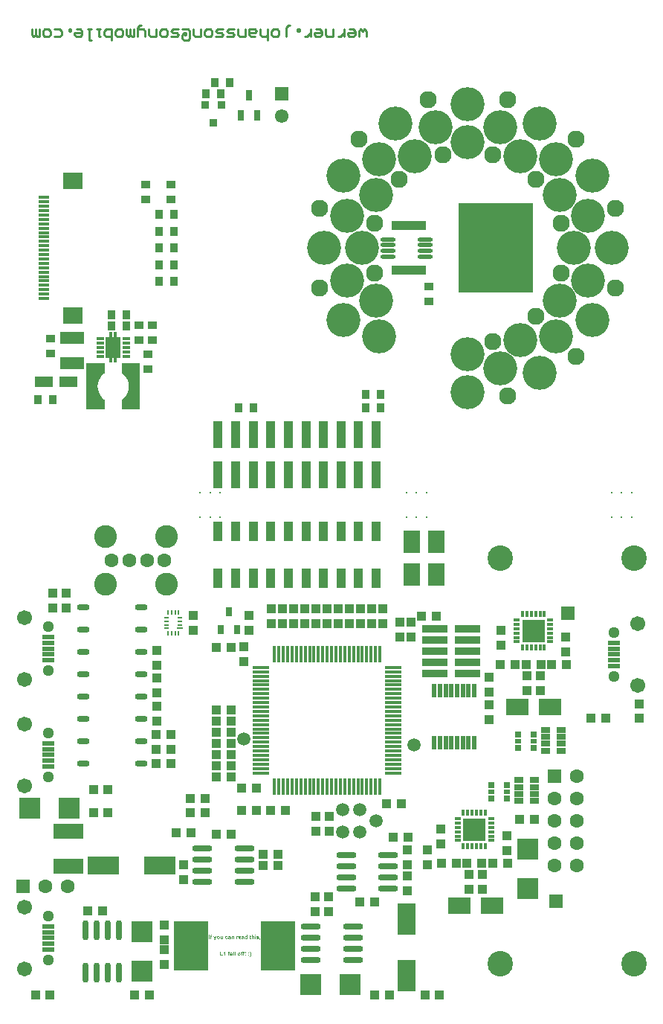
<source format=gbr>
%FSDAX24Y24*%
%MOIN*%
%SFA1B1*%

%IPPOS*%
%ADD42C,0.010000*%
%ADD127R,0.094600X0.094600*%
%ADD128R,0.094600X0.094600*%
%ADD129R,0.039400X0.043400*%
%ADD130R,0.027600X0.027600*%
%ADD131R,0.027600X0.019700*%
%ADD132R,0.039400X0.027600*%
%ADD133C,0.059000*%
%ADD134R,0.043400X0.039400*%
%ADD135O,0.057200X0.027600*%
%ADD136R,0.043400X0.043400*%
%ADD137R,0.043400X0.043400*%
%ADD138R,0.021700X0.059100*%
%ADD139R,0.044200X0.089000*%
%ADD140R,0.113800X0.033100*%
%ADD141R,0.102400X0.076400*%
%ADD142R,0.026600X0.012800*%
%ADD143R,0.012800X0.026600*%
%ADD144R,0.099500X0.099500*%
%ADD145O,0.090600X0.027600*%
%ADD146R,0.141800X0.082700*%
%ADD147O,0.027600X0.090600*%
%ADD148O,0.015800X0.074900*%
%ADD149O,0.074900X0.015800*%
%ADD150R,0.027600X0.043400*%
%ADD151R,0.082700X0.141800*%
%ADD152R,0.155600X0.220500*%
%ADD153R,0.010900X0.024200*%
%ADD154R,0.024200X0.010900*%
%ADD155R,0.028100X0.010900*%
%ADD156R,0.076400X0.102400*%
%ADD157R,0.057200X0.019700*%
%ADD158R,0.137900X0.067000*%
%ADD159R,0.037400X0.041400*%
%ADD160R,0.153600X0.039400*%
%ADD161R,0.332700X0.399600*%
%ADD162R,0.041400X0.037400*%
%ADD163R,0.042200X0.121100*%
%ADD164R,0.080700X0.049200*%
%ADD165R,0.108300X0.053200*%
%ADD166O,0.068900X0.019700*%
%ADD167R,0.033500X0.037400*%
%ADD168R,0.025600X0.047300*%
%ADD169R,0.067000X0.096500*%
%ADD170R,0.035500X0.013000*%
%ADD171R,0.041400X0.080700*%
%ADD172R,0.088600X0.072900*%
%ADD173R,0.051200X0.013800*%
%ADD174C,0.008000*%
%ADD175R,0.063100X0.063100*%
%ADD176C,0.063100*%
%ADD177C,0.102400*%
%ADD178C,0.114200*%
%ADD179R,0.063100X0.063100*%
%ADD180C,0.004000*%
%ADD181C,0.067000*%
%ADD182C,0.051200*%
%ADD183C,0.031000*%
%ADD184C,0.002000*%
%ADD185R,0.061100X0.061100*%
%ADD186C,0.061100*%
%ADD187C,0.077000*%
%ADD188C,0.152000*%
%LNarray-1*%
%LPD*%
G36*
X019694Y013182D02*
X019696D01*
X019698*
X019701*
X019704Y013181*
X019710Y013180*
X019716Y013178*
X019719Y013177*
X019722Y013176*
X019725Y013174*
X019728Y013172*
X019729Y013171*
X019730Y013170*
X019731Y013169*
X019733Y013168*
X019734Y013166*
X019736Y013165*
X019737Y013162*
X019739Y013160*
X019741Y013158*
X019742Y013155*
X019744Y013152*
X019745Y013149*
X019747Y013145*
X019748Y013142*
X019714Y013135*
Y013136*
Y013137*
X019713Y013139*
Y013141*
X019711Y013143*
X019710Y013146*
X019708Y013148*
X019706Y013150*
Y013151*
X019705*
X019704Y013152*
X019702Y013153*
X019700Y013154*
X019697Y013155*
X019694*
X019691*
X019689*
X019688*
X019686*
X019683Y013154*
X019680Y013153*
X019677Y013152*
X019673Y013149*
X019672Y013148*
X019670Y013147*
Y013146*
X019669Y013145*
Y013144*
X019668Y013143*
X019667Y013141*
Y013140*
X019666Y013138*
X019665Y013135*
Y013133*
X019664Y013130*
Y013127*
X019663Y013124*
Y013121*
Y013117*
Y013116*
Y013115*
Y013113*
Y013111*
Y013109*
Y013107*
X019664Y013104*
X019665Y013099*
X019666Y013093*
X019667Y013091*
X019668Y013088*
X019669Y013086*
X019670Y013084*
X019671*
X019672Y013083*
X019674Y013081*
X019676Y013080*
X019679Y013078*
X019682Y013076*
X019687Y013075*
X019689*
X019691*
X019693*
X019695*
X019697*
X019699Y013076*
X019702Y013077*
X019705Y013078*
X019707Y013080*
X019708Y013081*
X019709Y013083*
X019711Y013085*
X019712Y013087*
X019714Y013091*
X019715Y013095*
X019716Y013100*
X019750Y013094*
Y013093*
X019749Y013092*
Y013090*
X019748Y013088*
X019747Y013086*
X019746Y013083*
X019745Y013081*
X019742Y013075*
X019741Y013072*
X019739Y013069*
X019737Y013066*
X019735Y013064*
X019732Y013061*
X019729Y013059*
Y013058*
X019728*
X019727Y013057*
X019725Y013056*
X019723Y013055*
X019721Y013054*
X019719Y013053*
X019716Y013052*
X019713Y013051*
X019710Y013050*
X019707Y013049*
X019703Y013048*
X019699*
X019694Y013047*
X019690*
X019689*
X019687*
X019685*
X019683Y013048*
X019680*
X019677Y013049*
X019674*
X019670Y013050*
X019666Y013051*
X019663Y013053*
X019659Y013055*
X019655Y013057*
X019651Y013059*
X019648Y013062*
X019644Y013065*
Y013066*
X019643Y013067*
X019642Y013068*
X019641Y013070*
X019639Y013072*
X019638Y013075*
X019636Y013078*
X019635Y013081*
X019633Y013085*
X019632Y013089*
X019630Y013093*
X019629Y013098*
Y013103*
X019628Y013109*
Y013114*
Y013115*
Y013116*
Y013117*
Y013120*
Y013122*
X019629Y013126*
Y013129*
X019630Y013133*
X019631Y013137*
X019632Y013141*
X019633Y013145*
X019635Y013149*
X019637Y013153*
X019639Y013157*
X019641Y013161*
X019644Y013164*
X019645Y013165*
X019646Y013166*
X019648Y013167*
X019649Y013169*
X019651Y013170*
X019654Y013172*
X019657Y013173*
X019660Y013175*
X019663Y013177*
X019667Y013178*
X019671Y013180*
X019675Y013181*
X019680Y013182*
X019685*
X019690*
X019692*
X019694*
G37*
G36*
X021087D02*
X021089D01*
X021092*
X021094*
X021097Y013181*
X021104Y013180*
X021110Y013179*
X021113Y013178*
X021116Y013177*
X021119Y013175*
X021122Y013174*
Y013173*
X021123*
X021124Y013172*
X021125Y013171*
X021126Y013170*
X021129Y013167*
X021132Y013164*
X021135Y013159*
X021138Y013154*
X021140Y013148*
X021108Y013142*
Y013143*
X021107*
Y013145*
X021106Y013146*
X021105Y013148*
X021103Y013150*
X021102Y013152*
X021100Y013153*
X021099Y013154*
X021097Y013155*
X021095Y013156*
X021093*
X021090Y013157*
X021087*
X021083Y013158*
X021081*
X021078Y013157*
X021075*
X021072*
X021069Y013156*
X021066Y013155*
X021064Y013154*
X021063Y013153*
X021062Y013152*
X021061Y013150*
X021060Y013149*
Y013147*
Y013146*
Y013145*
X021061Y013144*
Y013143*
X021062Y013142*
X021063Y013141*
X021064Y013140*
X021065*
X021066Y013139*
X021068*
X021069Y013138*
X021071Y013137*
X021073*
X021076Y013136*
X021079Y013135*
X021082Y013134*
X021086Y013133*
X021090Y013132*
X021095Y013131*
X021096*
X021098Y013130*
X021100*
X021102Y013129*
X021104*
X021107Y013128*
X021110Y013127*
X021116Y013125*
X021123Y013122*
X021126Y013120*
X021129Y013119*
X021131Y013117*
X021133Y013116*
X021134Y013115*
X021135Y013114*
X021136Y013113*
X021137Y013112*
X021139Y013109*
X021141Y013106*
X021143Y013101*
X021144Y013096*
Y013093*
Y013090*
Y013089*
Y013088*
Y013087*
Y013086*
X021143Y013084*
Y013082*
X021142Y013080*
Y013077*
X021141Y013075*
X021139Y013072*
X021138Y013070*
X021136Y013067*
X021134Y013065*
X021132Y013062*
X021129Y013060*
Y013059*
X021128*
X021126Y013058*
X021125Y013057*
X021123Y013056*
X021121Y013055*
X021118Y013053*
X021115Y013052*
X021112Y013051*
X021108Y013050*
X021104Y013049*
X021100Y013048*
X021095*
X021091Y013047*
X021085*
X021083*
X021081*
X021079*
X021076Y013048*
X021073*
X021070*
X021063Y013050*
X021056Y013051*
X021053Y013053*
X021049Y013054*
X021046Y013056*
X021043Y013058*
X021042Y013059*
X021041Y013060*
X021039Y013061*
X021038Y013062*
X021037Y013064*
X021035Y013065*
X021033Y013067*
X021032Y013069*
X021030Y013072*
X021028Y013074*
X021026Y013080*
X021024Y013083*
X021023Y013087*
X021058Y013092*
Y013091*
Y013090*
X021059Y013088*
X021060Y013086*
X021061Y013084*
X021062Y013081*
X021064Y013079*
X021067Y013077*
Y013076*
X021068*
X021069Y013075*
X021071Y013074*
X021074Y013073*
X021077Y013072*
X021081*
X021085*
X021087*
X021090*
X021093*
X021096Y013073*
X021099Y013074*
X021102Y013075*
X021105Y013076*
Y013077*
X021106*
X021107Y013078*
X021108Y013079*
Y013080*
X021109Y013082*
Y013084*
X021110Y013086*
X021109Y013087*
Y013088*
Y013090*
X021108Y013091*
X021107Y013092*
X021106Y013093*
X021105Y013094*
X021103*
X021101Y013095*
X021099Y013096*
X021096Y013097*
X021095*
X021094*
X021092Y013098*
X021089*
X021086Y013099*
X021082Y013100*
X021078Y013101*
X021074Y013102*
X021065Y013105*
X021060Y013106*
X021056Y013108*
X021052Y013109*
X021049Y013111*
X021046Y013112*
X021043Y013113*
Y013114*
X021042*
X021041Y013115*
X021040Y013116*
X021038Y013118*
X021037Y013119*
X021036Y013121*
X021034Y013123*
X021033Y013125*
X021032Y013127*
X021030Y013130*
Y013133*
X021029Y013136*
X021028Y013139*
Y013143*
Y013144*
Y013145*
Y013147*
X021029Y013149*
Y013150*
X021030Y013152*
X021031Y013157*
X021032Y013159*
X021034Y013161*
X021035Y013164*
X021037Y013166*
X021039Y013169*
X021041Y013171*
X021042*
X021043Y013172*
X021044Y013173*
X021045*
X021047Y013174*
X021049Y013176*
X021051Y013177*
X021054Y013178*
X021057Y013179*
X021061Y013180*
X021064Y013181*
X021068*
X021073Y013182*
X021077*
X021082*
X021085*
X021087*
G37*
G36*
X019531Y013050D02*
X019499D01*
Y013069*
X019498*
Y013068*
X019496Y013066*
X019494Y013063*
X019491Y013061*
X019488Y013058*
X019484Y013055*
X019480Y013053*
X019479*
Y013052*
X019478*
X019477*
X019476Y013051*
X019473Y013050*
X019469Y013049*
X019465Y013048*
X019461Y013047*
X019456*
X019454*
X019452*
X019451*
X019448Y013048*
X019444*
X019440Y013049*
X019436Y013051*
X019432Y013053*
X019431Y013054*
X019429Y013055*
X019427Y013057*
X019424Y013059*
X019422Y013062*
X019419Y013065*
X019417Y013069*
Y013070*
Y013071*
X019416Y013072*
Y013073*
Y013074*
X019415Y013076*
Y013078*
X019414Y013080*
Y013083*
Y013085*
X019413Y013088*
Y013091*
Y013097*
Y013180*
X019447*
Y013120*
Y013119*
Y013117*
Y013116*
Y013113*
Y013111*
Y013108*
Y013106*
Y013100*
X019448Y013097*
Y013094*
Y013092*
Y013090*
Y013088*
X019449Y013086*
Y013085*
X019450Y013084*
Y013083*
X019451Y013081*
X019453Y013080*
X019454Y013078*
X019456Y013077*
X019457Y013076*
X019458*
X019459Y013075*
X019461Y013074*
X019463*
X019466Y013073*
X019469*
X019470*
X019472*
X019474Y013074*
X019476*
X019479Y013075*
X019482Y013076*
X019484Y013078*
X019485*
Y013079*
X019487Y013080*
X019488Y013081*
X019490Y013083*
X019491Y013085*
X019493Y013087*
X019494Y013090*
Y013091*
Y013092*
Y013093*
X019495Y013094*
Y013095*
Y013097*
Y013099*
X019496Y013102*
Y013105*
Y013108*
Y013111*
Y013115*
Y013120*
Y013125*
Y013180*
X019531*
Y013050*
G37*
G36*
X019193Y013055D02*
X019185Y013032D01*
Y013031*
X019184*
X019183Y013029*
X019182Y013026*
X019181Y013023*
X019180Y013020*
X019178Y013018*
X019176Y013015*
Y013014*
X019175Y013013*
X019174Y013012*
X019172Y013010*
X019171Y013009*
X019169Y013007*
X019167Y013005*
X019166*
X019165Y013004*
X019163Y013003*
X019161Y013002*
X019159Y013001*
X019157Y013000*
X019154*
X019153Y012999*
X019151*
X019149*
X019146Y012998*
X019143*
X019140*
X019137Y012997*
X019135*
X019133Y012998*
X019130*
X019127*
X019124*
X019121Y012999*
X019117Y013000*
X019114Y013026*
X019115*
X019116*
X019117*
X019119*
X019121Y013025*
X019124*
X019129*
X019130*
X019131*
X019133*
X019135Y013026*
X019138Y013027*
X019141Y013028*
X019144Y013030*
X019146Y013032*
X019147*
Y013033*
X019148Y013035*
X019150Y013037*
X019151Y013039*
X019153Y013042*
X019154Y013046*
X019155Y013050*
X019106Y013180*
X019142*
X019173Y013087*
X019203Y013180*
X019239*
X019193Y013055*
G37*
G36*
X020628Y013050D02*
X020596D01*
Y013069*
X020595*
Y013068*
X020594Y013067*
X020592Y013065*
X020590Y013063*
X020588Y013060*
X020584Y013057*
X020581Y013055*
X020577Y013052*
X020576*
X020575*
X020573Y013051*
X020570Y013050*
X020567Y013049*
X020563Y013048*
X020559Y013047*
X020555*
X020554*
X020553*
X020551*
X020550Y013048*
X020547*
X020545Y013049*
X020542*
X020539Y013050*
X020536Y013051*
X020533Y013053*
X020530Y013055*
X020526Y013057*
X020523Y013059*
X020520Y013062*
X020517Y013065*
X020516Y013066*
X020515Y013067*
X020514Y013068*
X020513Y013070*
X020512Y013072*
X020511Y013075*
X020509Y013078*
X020508Y013081*
X020506Y013085*
X020505Y013089*
X020504Y013094*
X020503Y013099*
X020502Y013104*
X020501Y013109*
Y013115*
Y013116*
Y013118*
Y013120*
X020502Y013123*
Y013126*
Y013130*
X020503Y013134*
X020504Y013138*
X020505Y013142*
X020506Y013146*
X020508Y013150*
X020509Y013154*
X020512Y013158*
X020514Y013162*
X020516Y013165*
X020517*
Y013166*
X020518Y013167*
X020519Y013168*
X020521Y013169*
X020523Y013171*
X020525Y013172*
X020527Y013174*
X020530Y013175*
X020533Y013177*
X020536Y013178*
X020540Y013180*
X020543Y013181*
X020547Y013182*
X020551*
X020556*
X020557*
X020558*
X020559*
X020561*
X020563Y013181*
X020566*
X020569Y013180*
X020571Y013179*
X020574Y013178*
X020578Y013176*
X020581Y013175*
X020584Y013173*
X020587Y013170*
X020590Y013167*
X020593Y013164*
Y013229*
X020628*
Y013050*
G37*
G36*
X021000Y013197D02*
X020966D01*
Y013229*
X021000*
Y013197*
G37*
G36*
X019991Y013182D02*
X019994D01*
X019997Y013181*
X020000*
X020004Y013180*
X020007Y013178*
X020008*
X020009Y013177*
X020011*
X020013Y013175*
X020015Y013174*
X020017Y013172*
X020020Y013170*
X020022Y013168*
Y013167*
X020023Y013165*
X020024Y013163*
X020025Y013161*
X020027Y013159*
X020028Y013156*
Y013153*
X020029Y013152*
Y013150*
Y013148*
X020030Y013144*
Y013140*
Y013136*
Y013130*
Y013050*
X019996*
Y013116*
Y013117*
Y013118*
Y013119*
Y013121*
Y013123*
Y013127*
X019995Y013132*
Y013136*
Y013138*
Y013140*
X019994Y013142*
Y013143*
Y013144*
X019993Y013145*
X019992Y013147*
X019991Y013148*
X019990Y013149*
X019989Y013151*
X019987Y013152*
Y013153*
X019986*
X019985Y013154*
X019983*
X019982Y013155*
X019980*
X019977Y013156*
X019975*
X019973*
X019972*
X019970Y013155*
X019967*
X019964Y013154*
X019962Y013153*
X019959Y013151*
X019958Y013150*
X019956Y013149*
X019955Y013148*
X019954Y013146*
X019952Y013144*
X019951Y013141*
X019949Y013138*
Y013137*
Y013136*
Y013135*
X019948Y013133*
Y013131*
Y013130*
Y013127*
X019947Y013125*
Y013122*
Y013119*
Y013116*
Y013112*
Y013109*
Y013050*
X019913*
Y013180*
X019944*
Y013160*
X019945Y013161*
X019946Y013162*
X019947Y013164*
X019949Y013166*
X019951Y013167*
X019953Y013169*
X019956Y013171*
X019959Y013173*
X019962Y013175*
X019965Y013177*
X019969Y013179*
X019973Y013180*
X019978Y013181*
X019982Y013182*
X019987*
X019989*
X019991*
G37*
G36*
X020197D02*
X020198D01*
X020201*
X020205Y013181*
X020209Y013180*
X020213Y013178*
X020217Y013176*
X020206Y013146*
X020205Y013147*
X020203Y013148*
X020201Y013149*
X020198Y013150*
X020196Y013151*
X020193*
X020190Y013152*
X020189*
X020187Y013151*
X020186*
X020184*
X020182Y013150*
X020180Y013149*
X020178Y013148*
X020177Y013147*
X020176Y013146*
X020175Y013145*
X020174Y013143*
X020172Y013140*
X020171Y013137*
X020170Y013133*
Y013132*
Y013131*
X020169Y013130*
Y013128*
Y013126*
Y013124*
X020168Y013121*
Y013118*
Y013115*
Y013111*
X020167Y013106*
Y013101*
Y013096*
Y013090*
Y013050*
X020133*
Y013180*
X020165*
Y013161*
Y013162*
X020166*
Y013163*
X020168Y013165*
X020170Y013168*
X020172Y013171*
X020174Y013174*
X020177Y013176*
X020178Y013177*
X020179Y013178*
X020180*
X020181Y013179*
X020182Y013180*
X020184*
X020186Y013181*
X020188Y013182*
X020191*
X020194*
X020196*
X020197*
G37*
G36*
X021000Y013050D02*
X020966D01*
Y013180*
X021000*
Y013050*
G37*
G36*
X020284Y013182D02*
X020286D01*
X020288*
X020291Y013181*
X020294*
X020297Y013180*
X020301Y013179*
X020305Y013178*
X020308Y013176*
X020312Y013174*
X020316Y013172*
X020319Y013170*
X020323Y013167*
X020326Y013163*
X020327Y013162*
X020328Y013161*
X020329Y013160*
X020330Y013158*
X020331Y013155*
X020333Y013152*
X020335Y013149*
X020336Y013145*
X020338Y013141*
X020339Y013136*
X020340Y013131*
X020341Y013125*
X020342Y013119*
Y013112*
Y013105*
X020257*
Y013104*
Y013103*
Y013102*
Y013101*
Y013099*
X020258Y013096*
X020259Y013092*
X020260Y013088*
X020262Y013084*
X020265Y013081*
X020266Y013080*
X020268Y013078*
X020270Y013077*
X020273Y013075*
X020276Y013074*
X020280Y013073*
X020285*
X020286*
X020287*
X020289*
X020291Y013074*
X020294*
X020296Y013076*
X020298Y013077*
X020299Y013078*
X020300Y013079*
X020301Y013080*
X020303Y013082*
X020304Y013085*
X020305Y013088*
X020307Y013091*
X020341Y013085*
X020340*
Y013084*
X020339Y013082*
Y013081*
X020338Y013079*
X020335Y013075*
X020332Y013070*
X020329Y013065*
X020325Y013061*
X020322Y013059*
X020320Y013057*
X020319*
Y013056*
X020318*
X020317Y013055*
X020316*
X020314Y013054*
X020312Y013053*
X020310Y013052*
X020308Y013051*
X020305Y013050*
X020302Y013049*
X020299*
X020295Y013048*
X020292Y013047*
X020288*
X020284*
X020283*
X020281*
X020279*
X020276Y013048*
X020273*
X020269Y013049*
X020265Y013050*
X020261Y013051*
X020257Y013052*
X020253Y013054*
X020249Y013056*
X020245Y013059*
X020241Y013062*
X020237Y013065*
X020234Y013069*
Y013070*
X020233Y013071*
X020232Y013072*
X020231Y013074*
X020230Y013076*
X020229Y013078*
X020228Y013081*
X020227Y013084*
X020226Y013088*
X020225Y013091*
X020224Y013095*
X020223Y013100*
X020222Y013104*
Y013109*
Y013114*
Y013115*
Y013117*
Y013119*
Y013122*
Y013125*
X020223Y013128*
X020224Y013132*
X020225Y013136*
X020226Y013140*
X020227Y013144*
X020229Y013149*
X020231Y013153*
X020233Y013157*
X020235Y013160*
X020238Y013164*
X020239Y013165*
X020240Y013166*
X020241Y013167*
X020243Y013168*
X020245Y013170*
X020247Y013171*
X020250Y013173*
X020253Y013175*
X020256Y013177*
X020260Y013178*
X020263Y013180*
X020267Y013181*
X020272Y013182*
X020276*
X020281*
X020282*
X020284*
G37*
G36*
X020766Y013180D02*
X020790D01*
Y013152*
X020766*
Y013100*
Y013099*
Y013097*
Y013096*
Y013095*
Y013092*
X020767Y013088*
Y013085*
Y013084*
Y013083*
Y013082*
Y013081*
X020768Y013080*
X020769Y013078*
X020770Y013077*
X020772Y013076*
X020773*
X020776Y013075*
X020777*
X020778Y013076*
X020779*
X020781*
X020784Y013077*
X020787Y013078*
X020790Y013079*
X020793Y013052*
X020792*
X020791*
Y013051*
X020789*
X020788Y013050*
X020787*
X020785*
X020781Y013049*
X020776Y013048*
X020771Y013047*
X020766*
X020764*
X020762*
X020760*
X020757Y013048*
X020755*
X020752Y013049*
X020749Y013050*
X020748Y013051*
X020746*
X020745Y013052*
X020743Y013053*
X020741Y013055*
X020740Y013056*
X020738Y013058*
X020737Y013059*
Y013060*
X020736Y013062*
X020735Y013064*
Y013066*
X020734Y013069*
X020733Y013071*
Y013072*
Y013073*
Y013074*
Y013075*
Y013077*
Y013078*
Y013080*
X020732Y013082*
Y013084*
Y013087*
Y013089*
Y013092*
Y013096*
Y013152*
X020716*
Y013180*
X020732*
Y013205*
X020766Y013225*
Y013180*
G37*
G36*
X021208Y013060D02*
D01*
Y013059*
Y013058*
Y013057*
Y013056*
X021207Y013055*
Y013051*
Y013048*
Y013044*
X021206Y013040*
X021205Y013036*
X021204Y013035*
Y013033*
X021203Y013031*
X021201Y013029*
X021200Y013026*
X021198Y013024*
X021195Y013021*
X021194Y013020*
X021192Y013019*
X021190Y013017*
X021188Y013015*
X021185Y013014*
X021181Y013012*
X021177Y013010*
X021171Y013024*
Y013025*
X021172*
X021174Y013026*
X021176Y013027*
X021179Y013028*
X021181Y013030*
X021183Y013032*
X021185Y013034*
X021186Y013035*
X021187Y013036*
Y013038*
X021188Y013040*
X021189Y013043*
Y013046*
X021190Y013050*
X021173*
Y013084*
X021208*
Y013060*
G37*
G36*
X019322Y013182D02*
X019324D01*
X019327*
X019330Y013181*
X019333*
X019337Y013180*
X019340Y013179*
X019344Y013178*
X019348Y013176*
X019352Y013174*
X019356Y013172*
X019360Y013170*
X019364Y013167*
X019368Y013163*
Y013162*
X019369Y013161*
X019371Y013160*
X019372Y013158*
X019374Y013156*
X019375Y013153*
X019377Y013150*
X019379Y013147*
X019381Y013143*
X019382Y013139*
X019384Y013135*
X019385Y013130*
X019386Y013125*
Y013120*
X019387Y013115*
Y013114*
X019386Y013112*
Y013110*
Y013108*
Y013105*
X019385Y013101*
X019384Y013098*
X019383Y013094*
X019382Y013090*
X019380Y013086*
X019379Y013082*
X019376Y013078*
X019374Y013074*
X019371Y013070*
X019367Y013066*
X019365Y013065*
X019364Y013063*
X019362Y013062*
X019360Y013060*
X019357Y013059*
X019355Y013057*
X019351Y013055*
X019348Y013053*
X019344Y013052*
X019339Y013050*
X019335Y013049*
X019330Y013048*
X019325Y013047*
X019320*
X019318*
X019317*
X019315*
X019313*
X019311Y013048*
X019309*
X019304Y013049*
X019298Y013050*
X019292Y013052*
X019286Y013055*
X019285*
X019284Y013056*
X019283Y013057*
X019282*
X019280Y013058*
X019277Y013061*
X019273Y013064*
X019269Y013068*
X019265Y013073*
X019261Y013078*
Y013079*
Y013080*
X019260Y013081*
X019259Y013083*
Y013085*
X019258Y013087*
X019257Y013089*
X019256Y013092*
Y013095*
X019255Y013098*
X019254Y013101*
Y013105*
X019253Y013109*
Y013116*
Y013117*
Y013118*
Y013119*
Y013121*
Y013123*
X019254Y013125*
Y013127*
X019255Y013132*
X019257Y013138*
X019259Y013143*
X019261Y013149*
X019262*
Y013150*
Y013151*
X019263Y013152*
X019264Y013153*
X019265Y013155*
X019268Y013158*
X019271Y013162*
X019275Y013166*
X019280Y013170*
X019285Y013174*
X019286*
X019287Y013175*
X019288*
X019289Y013176*
X019291Y013177*
X019293*
X019295Y013178*
X019298Y013179*
X019300Y013180*
X019306Y013181*
X019313Y013182*
X019316*
X019321*
X019322*
G37*
G36*
X020426D02*
X020429D01*
X020431*
X020434*
X020439Y013181*
X020445Y013180*
X020450Y013179*
X020453Y013178*
X020455Y013177*
X020456Y013176*
X020457*
X020459Y013175*
X020461Y013173*
X020464Y013171*
X020466Y013169*
X020469Y013166*
X020471Y013163*
Y013162*
Y013161*
X020472Y013160*
Y013159*
X020473Y013158*
Y013156*
Y013154*
X020474Y013152*
Y013149*
Y013147*
X020475Y013144*
Y013140*
Y013136*
Y013132*
Y013092*
Y013091*
Y013090*
Y013088*
Y013087*
Y013083*
Y013079*
Y013074*
X020476Y013070*
Y013069*
Y013067*
X020477Y013066*
Y013064*
X020478Y013062*
X020479Y013059*
X020480Y013057*
X020481Y013053*
X020483Y013050*
X020449*
Y013051*
X020448*
Y013053*
X020447Y013054*
Y013056*
X020446Y013058*
X020445Y013060*
Y013062*
Y013063*
X020444Y013064*
X020443Y013063*
X020441Y013061*
X020439Y013059*
X020436Y013057*
X020433Y013055*
X020429Y013053*
X020425Y013051*
X020424*
X020422Y013050*
X020419Y013049*
X020416Y013048*
X020412*
X020408Y013047*
X020404*
X020402*
X020401*
X020399*
X020397Y013048*
X020395*
X020393*
X020388Y013050*
X020382Y013052*
X020380Y013053*
X020377Y013054*
X020375Y013056*
X020373Y013058*
X020372*
Y013059*
X020371Y013060*
X020370Y013061*
X020369Y013062*
X020368Y013064*
X020367Y013065*
X020365Y013069*
X020363Y013074*
X020362Y013076*
Y013079*
X020361Y013082*
Y013085*
Y013086*
Y013087*
Y013089*
X020362Y013092*
Y013095*
X020363Y013098*
X020365Y013101*
X020366Y013105*
X020367*
Y013106*
X020369Y013108*
X020370Y013109*
X020372Y013111*
X020375Y013114*
X020378Y013116*
X020381Y013118*
X020382*
X020383*
X020384Y013119*
X020385*
X020386Y013120*
X020388*
X020390Y013121*
X020392Y013122*
X020394*
X020396Y013123*
X020399Y013124*
X020402*
X020408Y013126*
X020409*
X020411*
X020412*
X020414Y013127*
X020416*
X020419Y013128*
X020421*
X020427Y013130*
X020433Y013131*
X020435Y013132*
X020437Y013133*
X020440*
X020442Y013134*
Y013138*
Y013139*
X020441Y013141*
Y013143*
X020440Y013145*
X020439Y013148*
X020438Y013150*
X020437Y013152*
X020436*
X020434Y013153*
X020433Y013154*
X020430Y013155*
X020427*
X020423Y013156*
X020421*
X020417*
X020415*
X020413*
X020411Y013155*
X020408Y013154*
X020406Y013153*
X020404Y013152*
X020403*
X020402Y013151*
X020401Y013149*
X020400Y013148*
X020398Y013145*
X020397Y013143*
X020396Y013140*
X020365Y013145*
Y013146*
Y013147*
X020366Y013148*
Y013150*
X020367Y013152*
X020369Y013156*
X020371Y013160*
X020375Y013165*
X020378Y013169*
X020380Y013171*
X020383Y013173*
Y013174*
X020384*
X020385Y013175*
X020387*
X020388Y013176*
X020390Y013177*
X020392Y013178*
X020395Y013179*
X020398*
X020401Y013180*
X020404Y013181*
X020408Y013182*
X020412*
X020416*
X020425*
X020426*
G37*
G36*
X020848Y013163D02*
D01*
X020849*
Y013164*
X020851Y013166*
X020852Y013167*
X020854Y013169*
X020856Y013171*
X020859Y013173*
X020862Y013174*
X020865Y013176*
X020868Y013178*
X020871Y013179*
X020875Y013181*
X020879Y013182*
X020883*
X020887*
X020889*
X020891*
X020894*
X020898Y013181*
X020901Y013180*
X020905Y013179*
X020909Y013178*
X020910Y013177*
X020912Y013176*
X020914Y013175*
X020916Y013173*
X020919Y013171*
X020921Y013169*
X020923Y013167*
Y013166*
X020924Y013165*
Y013164*
X020926Y013162*
X020927Y013160*
X020928Y013157*
X020929Y013154*
X020930Y013151*
Y013150*
Y013149*
Y013148*
Y013147*
X020931Y013145*
Y013144*
Y013142*
Y013140*
Y013137*
Y013135*
Y013132*
Y013129*
Y013126*
Y013050*
X020897*
Y013118*
Y013119*
Y013120*
Y013121*
Y013123*
Y013125*
Y013129*
Y013133*
X020896Y013138*
Y013140*
Y013141*
Y013143*
X020895Y013144*
Y013145*
X020894Y013146*
Y013147*
X020893Y013149*
X020891Y013150*
X020890Y013151*
X020888Y013153*
X020887*
X020886Y013154*
X020885*
X020883Y013155*
X020881*
X020878Y013156*
X020876*
X020874*
X020873*
X020871Y013155*
X020868*
X020866Y013154*
X020863Y013153*
X020861Y013152*
X020860*
Y013151*
X020858Y013150*
X020857Y013149*
X020855Y013147*
X020854Y013145*
X020852Y013142*
X020851Y013139*
X020850Y013138*
Y013136*
X020849Y013133*
Y013130*
X020848Y013125*
Y013120*
Y013115*
Y013050*
X020814*
Y013229*
X020848*
Y013163*
G37*
G36*
X018936Y013050D02*
X018900D01*
Y013229*
X018936*
Y013050*
G37*
G36*
X019830Y013182D02*
X019832D01*
X019835*
X019837*
X019843Y013181*
X019849Y013180*
X019854Y013179*
X019856Y013178*
X019859Y013177*
X019860Y013176*
X019862Y013175*
X019865Y013173*
X019868Y013171*
X019870Y013169*
X019873Y013166*
X019875Y013163*
Y013162*
Y013161*
X019876Y013160*
Y013159*
Y013158*
X019877Y013156*
Y013154*
X019878Y013152*
Y013149*
Y013147*
X019879Y013144*
Y013140*
Y013136*
Y013132*
Y013092*
Y013091*
Y013090*
Y013088*
Y013087*
Y013083*
Y013079*
Y013074*
X019880Y013070*
Y013069*
Y013067*
X019881Y013066*
Y013064*
X019882Y013062*
Y013059*
X019883Y013057*
X019885Y013053*
X019886Y013050*
X019853*
X019852Y013051*
Y013053*
X019851Y013054*
Y013056*
X019850Y013058*
X019849Y013060*
Y013062*
X019848Y013063*
Y013064*
X019846Y013063*
X019845Y013061*
X019842Y013059*
X019840Y013057*
X019836Y013055*
X019833Y013053*
X019829Y013051*
X019828*
X019827*
X019825Y013050*
X019823Y013049*
X019820Y013048*
X019816*
X019812Y013047*
X019808*
X019806*
X019805*
X019803*
X019801Y013048*
X019799*
X019796*
X019792Y013050*
X019786Y013052*
X019784Y013053*
X019781Y013054*
X019779Y013056*
X019776Y013058*
X019775Y013059*
Y013060*
X019774Y013061*
X019773Y013062*
X019772Y013064*
X019771Y013065*
X019769Y013069*
X019767Y013074*
X019766Y013076*
X019765Y013079*
Y013082*
Y013085*
Y013086*
Y013087*
Y013089*
X019766Y013092*
Y013095*
X019767Y013098*
X019768Y013101*
X019770Y013105*
X019771Y013106*
X019772Y013108*
X019774Y013109*
X019776Y013111*
X019779Y013114*
X019781Y013116*
X019785Y013118*
X019786*
X019787*
X019788Y013119*
X019789*
X019790Y013120*
X019792*
X019794Y013121*
X019796Y013122*
X019798*
X019800Y013123*
X019803Y013124*
X019806*
X019812Y013126*
X019813*
X019814*
X019816*
X019818Y013127*
X019820*
X019823Y013128*
X019825*
X019831Y013130*
X019836Y013131*
X019839Y013132*
X019841Y013133*
X019843*
X019845Y013134*
Y013138*
Y013139*
Y013141*
Y013143*
X019844Y013145*
X019843Y013148*
X019842Y013150*
X019840Y013152*
X019839*
X019838Y013153*
X019836Y013154*
X019834Y013155*
X019831*
X019827Y013156*
X019824*
X019820*
X019819*
X019817*
X019814Y013155*
X019812Y013154*
X019810Y013153*
X019808Y013152*
X019807*
X019806Y013151*
X019805Y013149*
X019803Y013148*
X019802Y013145*
X019801Y013143*
X019799Y013140*
X019769Y013145*
Y013146*
Y013147*
X019770Y013148*
Y013150*
X019771Y013152*
X019773Y013156*
X019775Y013160*
X019778Y013165*
X019782Y013169*
X019784Y013171*
X019787Y013173*
Y013174*
X019788*
X019789Y013175*
X019790*
X019792Y013176*
X019794Y013177*
X019796Y013178*
X019799Y013179*
X019801*
X019804Y013180*
X019808Y013181*
X019812Y013182*
X019816*
X019820*
X019828*
X019830*
G37*
G36*
X020701Y012300D02*
X020666D01*
Y012334*
X020701*
Y012300*
G37*
G36*
X020549Y012437D02*
X020540Y012346D01*
X020521*
X020512Y012437*
Y012479*
X020549*
Y012437*
G37*
G36*
X020084Y012300D02*
X020050D01*
Y012479*
X020084*
Y012300*
G37*
G36*
X020548D02*
X020513D01*
Y012334*
X020548*
Y012300*
G37*
G36*
X020389Y012481D02*
X020391D01*
X020393*
X020395*
X020399*
X020404Y012480*
X020409Y012479*
X020414Y012477*
X020410Y012453*
X020409*
X020408Y012454*
X020407*
X020405*
X020402Y012455*
X020400*
X020394*
X020393*
X020391*
X020390*
X020388*
X020386Y012454*
X020384Y012453*
X020383Y012452*
X020382Y012451*
Y012450*
X020381Y012449*
Y012447*
X020380Y012445*
Y012442*
Y012438*
Y012430*
X020405*
Y012403*
X020380*
Y012300*
X020345*
Y012403*
X020326*
Y012430*
X020345*
Y012439*
Y012440*
Y012441*
Y012442*
X020346Y012443*
Y012445*
Y012448*
Y012452*
X020347Y012456*
X020348Y012460*
X020349Y012463*
Y012464*
X020350Y012465*
Y012466*
X020352Y012468*
X020354Y012470*
X020356Y012472*
X020359Y012475*
X020362Y012477*
X020363*
X020364*
X020366Y012478*
X020368Y012479*
X020372Y012480*
X020376Y012481*
X020380*
X020385Y012482*
X020388*
X020389Y012481*
G37*
G36*
X020472D02*
X020474D01*
X020476*
X020478*
X020482*
X020487Y012480*
X020492Y012479*
X020497Y012477*
X020493Y012453*
X020492Y012454*
X020490*
X020488*
X020485Y012455*
X020483*
X020477*
X020476*
X020474*
X020473*
X020471*
X020469Y012454*
X020467Y012453*
X020466Y012452*
Y012451*
X020465Y012450*
X020464Y012449*
Y012447*
X020463Y012445*
Y012442*
Y012438*
Y012430*
X020489*
Y012403*
X020463*
Y012300*
X020429*
Y012403*
X020410*
Y012430*
X020429*
Y012439*
Y012440*
Y012441*
Y012442*
Y012443*
Y012445*
Y012448*
Y012452*
X020430Y012456*
X020431Y012460*
X020432Y012463*
Y012464*
X020433Y012465*
X020434Y012466*
X020435Y012468*
X020437Y012470*
X020439Y012472*
X020442Y012475*
X020445Y012477*
X020446*
X020447*
X020449Y012478*
X020452Y012479*
X020455Y012480*
X020459Y012481*
X020463*
X020469Y012482*
X020471*
X020472Y012481*
G37*
G36*
X020701Y012395D02*
X020666D01*
Y012430*
X020701*
Y012395*
G37*
G36*
X019807Y012481D02*
X019809D01*
X019811*
X019813*
X019817*
X019822Y012480*
X019827Y012479*
X019832Y012477*
X019828Y012453*
X019827*
X019826Y012454*
X019825*
X019822*
X019820Y012455*
X019818*
X019812*
X019811*
X019809*
X019808*
X019806*
X019804Y012454*
X019802Y012453*
X019801Y012452*
X019800Y012451*
Y012450*
X019799Y012449*
Y012447*
X019798Y012445*
Y012442*
Y012438*
Y012430*
X019823*
Y012403*
X019798*
Y012300*
X019763*
Y012403*
X019744*
Y012430*
X019763*
Y012439*
Y012440*
Y012441*
Y012442*
X019764Y012443*
Y012445*
Y012448*
Y012452*
X019765Y012456*
X019766Y012460*
X019767Y012463*
Y012464*
X019768Y012465*
Y012466*
X019770Y012468*
X019772Y012470*
X019774Y012472*
X019777Y012475*
X019780Y012477*
X019781*
X019783Y012478*
X019786Y012479*
X019790Y012480*
X019794Y012481*
X019798*
X019803Y012482*
X019806*
X019807Y012481*
G37*
G36*
X020250Y012432D02*
X020252D01*
X020255*
X020257Y012431*
X020261*
X020264Y012430*
X020268Y012429*
X020272Y012428*
X020276Y012426*
X020280Y012424*
X020284Y012422*
X020288Y012420*
X020292Y012417*
X020295Y012413*
X020296*
Y012412*
X020297Y012411*
X020298Y012410*
X020300Y012408*
X020301Y012406*
X020303Y012403*
X020305Y012400*
X020306Y012397*
X020308Y012393*
X020310Y012389*
X020311Y012385*
X020312Y012380*
X020313Y012375*
X020314Y012370*
Y012365*
Y012364*
Y012362*
Y012360*
Y012358*
X020313Y012355*
Y012351*
X020312Y012348*
X020311Y012344*
X020310Y012340*
X020308Y012336*
X020306Y012332*
X020304Y012328*
X020301Y012324*
X020298Y012320*
X020295Y012316*
X020294*
X020293Y012315*
X020292Y012313*
X020290Y012312*
X020288Y012310*
X020285Y012309*
X020282Y012307*
X020279Y012305*
X020275Y012303*
X020271Y012302*
X020267Y012300*
X020263Y012299*
X020258Y012298*
X020253Y012297*
X020248*
X020246*
X020245*
X020243*
X020241*
X020239Y012298*
X020237*
X020231Y012299*
X020226Y012300*
X020220Y012302*
X020214Y012305*
X020213*
X020212Y012306*
X020211Y012307*
X020210*
X020208Y012308*
X020204Y012311*
X020200Y012314*
X020196Y012318*
X020192Y012323*
X020189Y012328*
Y012329*
X020188Y012330*
Y012331*
X020187Y012333*
X020186Y012335*
Y012337*
X020185Y012339*
X020184Y012342*
X020183Y012345*
Y012348*
X020182Y012351*
X020181Y012355*
Y012359*
Y012366*
Y012367*
Y012368*
Y012369*
Y012371*
Y012373*
Y012375*
X020182Y012377*
X020183Y012382*
X020184Y012388*
X020186Y012393*
X020189Y012399*
Y012400*
X020190Y012401*
X020191Y012402*
Y012403*
X020192Y012405*
X020195Y012408*
X020199Y012412*
X020203Y012416*
X020207Y012420*
X020213Y012424*
X020214*
Y012425*
X020215*
X020217Y012426*
X020219Y012427*
X020221*
X020223Y012428*
X020225Y012429*
X020228Y012430*
X020234Y012431*
X020240Y012432*
X020244*
X020249*
X020250*
G37*
G36*
X019436Y012330D02*
X019526D01*
Y012300*
X019400*
Y012477*
X019436*
Y012330*
G37*
G36*
X019631Y012300D02*
X019597D01*
Y012429*
X019596Y012428*
X019595Y012427*
X019594Y012426*
X019592Y012425*
X019590Y012423*
X019587Y012421*
X019585Y012419*
X019581Y012417*
X019578Y012415*
X019575Y012413*
X019571Y012411*
X019567Y012409*
X019562Y012407*
X019558Y012405*
X019553Y012403*
Y012434*
X019554*
Y012435*
X019555*
X019557Y012436*
X019558*
X019560Y012437*
X019562Y012438*
X019566Y012440*
X019571Y012443*
X019576Y012446*
X019582Y012451*
X019583*
X019584Y012452*
X019585Y012453*
X019586Y012454*
X019587Y012455*
X019589Y012457*
X019591Y012459*
X019594Y012463*
X019598Y012468*
X019601Y012473*
X019602Y012476*
X019604Y012479*
X019631*
Y012300*
G37*
G36*
X019018Y013231D02*
X019020D01*
X019021*
X019023*
X019028*
X019033Y013230*
X019038Y013229*
X019043Y013227*
X019038Y013203*
X019037Y013204*
X019036*
X019033*
X019031Y013205*
X019028*
X019023*
X019021*
X019020*
X019018*
X019017*
X019015Y013204*
X019013Y013203*
X019012Y013202*
X019011*
Y013201*
Y013200*
X019010Y013199*
X019009Y013197*
Y013195*
Y013192*
X019008Y013189*
Y013180*
X019034*
Y013153*
X019008*
Y013050*
X018974*
Y013153*
X018955*
Y013180*
X018974*
Y013189*
Y013190*
Y013191*
Y013192*
Y013193*
Y013195*
X018975Y013198*
Y013202*
X018976Y013206*
Y013210*
X018978Y013213*
Y013214*
Y013215*
X018979Y013216*
X018981Y013218*
X018982Y013220*
X018985Y013222*
X018987Y013225*
X018991Y013227*
X018992*
X018994Y013228*
X018997Y013229*
X019001Y013230*
X019004Y013231*
X019009*
X019014Y013232*
X019017*
X019018Y013231*
G37*
G36*
X020757Y012481D02*
X020758Y012480D01*
X020759Y012479*
X020760Y012477*
X020761Y012475*
X020763Y012472*
X020765Y012469*
X020767Y012465*
X020770Y012461*
X020772Y012457*
X020774Y012452*
X020776Y012447*
X020779Y012442*
X020781Y012437*
X020785Y012426*
X020786Y012425*
Y012423*
X020787Y012421*
X020788Y012418*
Y012415*
X020789Y012412*
X020790Y012408*
X020791Y012403*
X020792Y012399*
X020793Y012394*
X020794Y012389*
X020795Y012378*
Y012372*
X020796Y012366*
Y012365*
Y012364*
X020795Y012362*
Y012360*
Y012357*
Y012354*
Y012350*
X020794Y012346*
Y012342*
X020793Y012337*
X020792Y012333*
X020791Y012328*
X020790Y012322*
X020787Y012312*
Y012311*
Y012310*
X020786Y012309*
Y012306*
X020785Y012303*
X020783Y012300*
X020782Y012296*
X020780Y012292*
X020778Y012287*
X020776Y012282*
X020774Y012277*
X020771Y012271*
X020768Y012265*
X020765Y012259*
X020761Y012253*
X020758Y012247*
X020734*
Y012248*
X020735Y012249*
Y012251*
X020736Y012253*
X020737Y012255*
X020738Y012257*
X020739Y012260*
X020742Y012265*
X020744Y012271*
X020746Y012276*
X020747Y012279*
X020748Y012281*
Y012282*
X020749Y012283*
Y012284*
X020750Y012285*
X020751Y012288*
X020752Y012292*
X020753Y012297*
X020754Y012302*
X020756Y012307*
Y012308*
Y012309*
Y012310*
Y012311*
X020757Y012313*
Y012315*
X020758Y012317*
X020759Y012321*
Y012326*
X020760Y012331*
X020761Y012336*
Y012337*
Y012338*
Y012340*
X020762Y012341*
Y012343*
Y012345*
Y012349*
X020763Y012354*
Y012359*
Y012364*
Y012365*
Y012367*
Y012369*
Y012371*
X020762Y012374*
Y012378*
Y012382*
Y012386*
X020761Y012390*
Y012395*
X020760Y012399*
X020759Y012409*
X020756Y012419*
Y012420*
Y012421*
X020755Y012423*
X020754Y012426*
Y012429*
X020752Y012432*
X020751Y012436*
X020750Y012441*
X020748Y012445*
X020746Y012451*
X020744Y012456*
X020742Y012462*
X020739Y012468*
X020736Y012475*
X020733Y012482*
X020757*
Y012481*
G37*
G36*
X019895Y012432D02*
X019897D01*
X019899*
X019902Y012431*
X019905*
X019908Y012430*
X019912Y012429*
X019915Y012428*
X019919Y012426*
X019923Y012424*
X019927Y012422*
X019930Y012420*
X019934Y012417*
X019937Y012413*
X019938Y012412*
X019939Y012411*
X019940Y012410*
X019941Y012408*
X019942Y012405*
X019944Y012402*
X019945Y012399*
X019947Y012395*
X019948Y012391*
X019950Y012386*
X019951Y012381*
X019952Y012375*
X019953Y012369*
Y012362*
Y012355*
X019867*
Y012354*
Y012353*
X019868Y012352*
Y012351*
Y012349*
X019869Y012346*
Y012342*
X019871Y012338*
X019873Y012334*
X019876Y012331*
X019877Y012330*
X019879Y012328*
X019881Y012327*
X019884Y012325*
X019887Y012324*
X019891Y012323*
X019896*
X019897*
X019898*
X019900*
X019902Y012324*
X019904*
X019907Y012326*
X019909Y012327*
X019910Y012328*
X019911Y012329*
X019912Y012330*
X019913Y012332*
X019915Y012335*
X019916Y012338*
X019917Y012341*
X019951Y012335*
Y012334*
X019950Y012332*
X019949Y012331*
Y012329*
X019946Y012325*
X019943Y012320*
X019940Y012315*
X019936Y012311*
X019933Y012309*
X019931Y012307*
X019930*
Y012306*
X019929*
X019928Y012305*
X019927*
X019925Y012304*
X019923Y012303*
X019921Y012302*
X019918Y012301*
X019916Y012300*
X019913Y012299*
X019910*
X019906Y012298*
X019903Y012297*
X019899*
X019895*
X019894*
X019892*
X019890*
X019887Y012298*
X019884*
X019880Y012299*
X019876Y012300*
X019872Y012301*
X019868Y012302*
X019864Y012304*
X019860Y012306*
X019856Y012309*
X019852Y012312*
X019848Y012315*
X019845Y012319*
Y012320*
X019844Y012321*
X019843Y012322*
X019842Y012324*
X019841Y012326*
X019840Y012328*
X019839Y012331*
X019838Y012334*
X019836Y012338*
X019835Y012341*
X019834Y012345*
Y012350*
X019833Y012354*
Y012359*
X019832Y012364*
Y012365*
X019833Y012367*
Y012369*
Y012372*
Y012375*
X019834Y012378*
X019835Y012382*
Y012386*
X019837Y012390*
X019838Y012394*
X019839Y012399*
X019841Y012403*
X019844Y012407*
X019846Y012410*
X019849Y012414*
X019850Y012415*
X019851Y012416*
X019852Y012417*
X019854Y012418*
X019856Y012420*
X019858Y012421*
X019861Y012423*
X019864Y012425*
X019867Y012427*
X019870Y012428*
X019874Y012430*
X019878Y012431*
X019883Y012432*
X019887*
X019892*
X019893*
X019895*
G37*
G36*
X020015Y012300D02*
X019981D01*
Y012479*
X020015*
Y012300*
G37*
G36*
X014641Y038871D02*
X014638Y038872D01*
X014636Y038874*
X014635Y038876*
X014634Y038878*
X014633Y038881*
Y039078*
X014634Y039080*
X014635Y039083*
X014636Y039085*
X014638Y039086*
X014641Y039087*
X014643Y039088*
X014754*
X014756Y039087*
X014759Y039086*
X014761Y039085*
X014762Y039083*
X014763Y039080*
X014764Y039078*
Y038881*
X014763Y038878*
X014762Y038876*
X014761Y038874*
X014759Y038872*
X014756Y038871*
X014754*
X014643*
X014641*
G37*
G36*
X014444Y040013D02*
X014441Y040014D01*
X014439Y040015*
X014438Y040017*
X014437Y040020*
X014436Y040022*
Y040219*
X014437Y040222*
X014438Y040224*
X014439Y040226*
X014441Y040228*
X014444Y040229*
X014446*
X014557*
X014559*
X014562Y040228*
X014564Y040226*
X014565Y040224*
X014566Y040222*
X014567Y040219*
Y040022*
X014566Y040020*
X014565Y040017*
X014564Y040015*
X014562Y040014*
X014559Y040013*
X014557Y040012*
X014446*
X014444Y040013*
G37*
G36*
X014641D02*
X014638Y040014D01*
X014636Y040015*
X014635Y040017*
X014634Y040020*
X014633Y040022*
Y040219*
X014634Y040222*
X014635Y040224*
X014636Y040226*
X014638Y040228*
X014641Y040229*
X014643*
X014754*
X014756*
X014759Y040228*
X014761Y040226*
X014762Y040224*
X014763Y040222*
X014764Y040219*
Y040022*
X014763Y040020*
X014762Y040017*
X014761Y040015*
X014759Y040014*
X014756Y040013*
X014754Y040012*
X014643*
X014641Y040013*
G37*
G36*
X014991Y036767D02*
X014989Y036768D01*
X014987Y036769*
X014985Y036771*
X014984Y036774*
Y036776*
Y037209*
Y037210*
Y037211*
Y037212*
Y037213*
X014985Y037214*
X014986Y037215*
Y037216*
X014987Y037217*
X014988Y037218*
X014989*
X014990Y037219*
X014991*
X014992*
X014993Y037220*
Y037219*
X014994Y037220*
X015096Y037304*
X015184Y037410*
X015249Y037531*
X015288Y037663*
X015302Y037800*
X015288Y037937*
X015249Y038069*
X015184Y038190*
X015096Y038296*
X014995Y038380*
X014994*
X014992*
X014990*
X014989Y038381*
X014987*
Y038382*
X014986Y038383*
X014985Y038384*
X014984Y038385*
Y038387*
X014983Y038388*
Y038389*
Y038390*
X014984Y038393*
Y038824*
Y038826*
X014985Y038829*
X014987Y038831*
X014989Y038832*
X014991Y038833*
X014994Y038834*
X015781*
X015784Y038833*
X015786Y038832*
X015788Y038831*
X015790Y038829*
X015791Y038826*
Y038824*
Y036776*
Y036774*
X015790Y036771*
X015788Y036769*
X015786Y036768*
X015784Y036767*
X015781Y036766*
X014994*
X014991Y036767*
G37*
G36*
X013416D02*
X013414Y036768D01*
X013412Y036769*
X013410Y036771*
X013409Y036774*
Y036776*
Y038824*
Y038826*
X013410Y038829*
X013412Y038831*
X013414Y038832*
X013416Y038833*
X013419Y038834*
X014206*
X014209Y038833*
X014211Y038832*
X014213Y038831*
X014215Y038829*
X014216Y038826*
Y038824*
Y038391*
Y038390*
Y038389*
Y038388*
Y038387*
X014215Y038386*
X014214Y038385*
Y038384*
X014213Y038383*
X014212Y038382*
X014211*
X014210Y038381*
X014209*
X014208*
X014207Y038380*
X014206*
X014104Y038296*
X014016Y038190*
X013951Y038069*
X013912Y037937*
X013898Y037800*
X013912Y037663*
X013951Y037531*
X014016Y037410*
X014104Y037304*
X014205Y037220*
X014206*
X014208*
X014210*
X014211Y037219*
X014212*
X014213Y037218*
X014214Y037217*
X014215Y037216*
X014216Y037215*
Y037213*
X014217Y037212*
Y037211*
Y037210*
X014216Y037207*
Y036776*
Y036774*
X014215Y036771*
X014213Y036769*
X014211Y036768*
X014209Y036767*
X014206Y036766*
X013419*
X013416Y036767*
G37*
G36*
X014444Y038871D02*
X014441Y038872D01*
X014439Y038874*
X014438Y038876*
X014437Y038878*
X014436Y038881*
Y039078*
X014437Y039080*
X014438Y039083*
X014439Y039085*
X014441Y039086*
X014444Y039087*
X014446Y039088*
X014557*
X014559Y039087*
X014562Y039086*
X014564Y039085*
X014565Y039083*
X014566Y039080*
X014567Y039078*
Y038881*
X014566Y038878*
X014565Y038876*
X014564Y038874*
X014562Y038872*
X014559Y038871*
X014557*
X014446*
X014444*
G37*
%LNarray-2*%
%LPC*%
G36*
X020442Y013112D02*
X020441D01*
X020440Y013111*
X020439*
X020436*
X020433Y013110*
X020430Y013109*
X020426Y013108*
X020421Y013107*
X020420*
Y013106*
X020419*
X020418*
X020416Y013105*
X020413*
X020410Y013104*
X020407Y013103*
X020404Y013102*
X020403Y013101*
X020402*
Y013100*
X020401*
X020400Y013099*
X020399Y013097*
X020397Y013096*
X020396Y013094*
Y013091*
X020395Y013089*
Y013088*
Y013087*
X020396Y013086*
Y013084*
X020397Y013082*
X020398Y013080*
X020399Y013078*
X020401Y013076*
X020402Y013075*
X020403*
X020404Y013074*
X020406Y013073*
X020409Y013072*
X020411Y013071*
X020414*
X020415*
X020416*
X020418*
X020420Y013072*
X020423*
X020426Y013074*
X020429Y013075*
X020432Y013077*
X020433Y013078*
X020434Y013079*
X020435Y013080*
X020437Y013082*
X020438Y013084*
X020439Y013086*
X020440Y013088*
Y013089*
X020441Y013090*
Y013092*
Y013094*
Y013097*
X020442Y013101*
Y013105*
Y013112*
G37*
G36*
X019320Y013154D02*
X019318D01*
X019316*
X019315*
X019312Y013153*
X019308Y013152*
X019304Y013150*
X019303Y013149*
X019301Y013148*
X019299Y013146*
X019297Y013144*
X019296Y013143*
Y013142*
X019295Y013141*
X019294Y013140*
X019293Y013138*
Y013137*
X019292Y013135*
X019291Y013132*
X019290Y013130*
X019289Y013127*
Y013124*
X019288Y013121*
Y013118*
Y013115*
Y013114*
Y013113*
Y013111*
Y013110*
Y013108*
X019289Y013106*
Y013104*
X019290Y013099*
X019292Y013094*
X019294Y013089*
X019295Y013087*
X019297Y013085*
X019298Y013084*
X019299Y013083*
X019301Y013082*
X019303Y013080*
X019307Y013078*
X019311Y013076*
X019315Y013075*
X019317*
X019320*
X019321*
X019322*
X019323*
X019324*
X019327Y013076*
X019331Y013077*
X019335Y013079*
X019337Y013080*
X019339Y013082*
X019340Y013083*
X019342Y013085*
X019343*
Y013086*
X019344Y013087*
Y013088*
X019345Y013089*
X019346Y013091*
X019347Y013093*
X019348Y013095*
Y013097*
X019349Y013099*
X019350Y013102*
X019351Y013105*
Y013108*
Y013111*
Y013115*
Y013116*
Y013117*
Y013118*
Y013120*
Y013121*
Y013123*
X019350Y013126*
X019349Y013130*
X019348Y013135*
X019345Y013140*
X019344Y013142*
X019342Y013144*
Y013145*
X019341*
Y013146*
X019339Y013147*
X019336Y013149*
X019333Y013151*
X019329Y013153*
X019324Y013154*
X019322*
X019320*
G37*
G36*
X020565Y013156D02*
X020564D01*
X020563*
X020560Y013155*
X020558*
X020554Y013154*
X020551Y013152*
X020549Y013151*
X020548Y013149*
X020546Y013148*
X020544Y013146*
Y013145*
X020543*
Y013144*
X020542Y013142*
X020541Y013141*
X020540Y013139*
Y013137*
X020539Y013135*
X020538Y013133*
X020537Y013130*
Y013127*
Y013124*
X020536Y013121*
Y013117*
Y013116*
Y013115*
Y013114*
Y013112*
X020537Y013110*
Y013108*
Y013106*
X020538Y013101*
X020539Y013096*
X020540Y013091*
X020541Y013089*
X020542Y013087*
X020543Y013086*
Y013085*
X020545Y013083*
X020548Y013081*
X020551Y013078*
X020555Y013076*
X020557Y013075*
X020560*
X020562Y013074*
X020565*
X020566*
X020567*
X020569Y013075*
X020572*
X020575Y013076*
X020579Y013078*
X020580Y013079*
X020582Y013081*
X020584Y013082*
X020585Y013084*
X020586*
Y013085*
X020587Y013086*
Y013087*
X020588Y013088*
X020589Y013090*
Y013092*
X020590Y013094*
X020591Y013096*
Y013098*
X020592Y013101*
X020593Y013104*
Y013107*
Y013111*
Y013114*
Y013115*
Y013116*
Y013118*
Y013120*
Y013122*
Y013124*
X020592Y013126*
X020591Y013132*
X020590Y013137*
X020588Y013142*
X020587Y013144*
X020585Y013146*
Y013147*
X020584Y013148*
X020582Y013149*
X020580Y013151*
X020577Y013153*
X020573Y013154*
X020569Y013156*
X020567*
X020565*
G37*
G36*
X020247Y012404D02*
X020246D01*
X020245*
X020244*
X020243*
X020239Y012403*
X020236Y012402*
X020232Y012400*
X020230Y012399*
X020228Y012398*
X020226Y012396*
X020225Y012394*
X020224*
Y012393*
X020223Y012392*
Y012391*
X020222Y012390*
X020221Y012388*
X020220Y012387*
X020219Y012385*
X020218Y012382*
Y012380*
X020217Y012377*
Y012374*
X020216Y012371*
Y012368*
Y012365*
Y012364*
Y012363*
Y012361*
Y012360*
Y012358*
X020217Y012356*
Y012354*
X020218Y012349*
X020219Y012344*
X020222Y012339*
X020223Y012337*
X020225Y012335*
X020226Y012334*
Y012333*
X020228Y012332*
X020231Y012330*
X020234Y012328*
X020238Y012326*
X020243Y012325*
X020245*
X020247*
X020249*
X020250*
X020251*
X020252*
X020255Y012326*
X020259Y012327*
X020262Y012329*
X020264Y012330*
X020266Y012332*
X020268Y012333*
X020270Y012335*
X020271Y012336*
Y012337*
X020272Y012338*
X020273Y012339*
X020274Y012341*
Y012343*
X020275Y012345*
X020276Y012347*
X020277Y012349*
X020278Y012352*
Y012355*
X020279Y012358*
Y012361*
Y012365*
Y012366*
Y012367*
Y012368*
Y012370*
Y012371*
X020278Y012373*
Y012376*
X020277Y012380*
X020275Y012385*
X020273Y012390*
X020271Y012392*
X020270Y012394*
X020269Y012395*
X020268Y012396*
X020266Y012397*
X020264Y012399*
X020260Y012401*
X020257Y012403*
X020252Y012404*
X020250*
X020247*
G37*
G36*
X020283Y013156D02*
X020282D01*
X020281*
X020279*
X020276Y013155*
X020273Y013154*
X020270Y013152*
X020267Y013151*
X020264Y013148*
Y013147*
X020263Y013146*
X020262Y013144*
X020261Y013142*
X020259Y013139*
X020258Y013135*
X020257Y013131*
Y013126*
X020308*
Y013127*
Y013128*
Y013129*
Y013131*
X020307Y013134*
X020306Y013138*
X020305Y013141*
X020303Y013145*
X020301Y013148*
X020300Y013149*
X020299*
X020298Y013151*
X020296Y013152*
X020293Y013153*
X020290Y013155*
X020287Y013156*
X020283*
G37*
G36*
X019894Y012406D02*
X019893D01*
X019892*
X019890*
X019887Y012405*
X019884Y012404*
X019881Y012402*
X019878Y012400*
X019875Y012398*
Y012397*
X019874Y012396*
X019873Y012394*
X019872Y012392*
X019870Y012389*
X019869Y012385*
X019868Y012381*
Y012376*
X019919*
Y012377*
Y012378*
Y012379*
Y012381*
X019918Y012384*
X019917Y012388*
X019916Y012391*
X019914Y012395*
X019911Y012398*
Y012399*
X019910*
X019909Y012401*
X019906Y012402*
X019904Y012403*
X019901Y012405*
X019898Y012406*
X019894*
G37*
G36*
X019845Y013112D02*
D01*
X019844Y013111*
X019842*
X019840*
X019837Y013110*
X019834Y013109*
X019829Y013108*
X019824Y013107*
Y013106*
X019823*
X019822*
X019820Y013105*
X019817*
X019814Y013104*
X019811Y013103*
X019808Y013102*
X019807Y013101*
X019806*
Y013100*
X019805*
X019804Y013099*
X019803Y013097*
X019801Y013096*
X019800Y013094*
X019799Y013091*
Y013089*
Y013088*
Y013087*
Y013086*
X019800Y013084*
Y013082*
X019801Y013080*
X019803Y013078*
X019804Y013076*
X019805*
Y013075*
X019807*
X019808Y013074*
X019810Y013073*
X019813Y013072*
X019815Y013071*
X019818*
X019819*
X019820*
X019822*
X019824Y013072*
X019827*
X019830Y013074*
X019833Y013075*
X019836Y013077*
X019837Y013078*
X019838Y013079*
X019839Y013080*
X019841Y013082*
X019842Y013084*
X019843Y013086*
X019844Y013088*
Y013089*
Y013090*
X019845Y013092*
Y013094*
Y013097*
Y013101*
Y013105*
Y013112*
G37*
%LNarray-3*%
%LPD*%
G54D42*
X025950Y053467D02*
Y053717D01*
X025867Y053800*
X025783Y053717*
X025700Y053800*
X025617Y053717*
Y053467*
X025200Y053800D02*
X025367D01*
X025450Y053717*
Y053550*
X025367Y053467*
X025200*
X025117Y053550*
Y053633*
X025450*
X024950Y053467D02*
Y053800D01*
Y053633*
X024867Y053550*
X024784Y053467*
X024700*
X024450Y053800D02*
Y053467D01*
X024201*
X024117Y053550*
Y053800*
X023701D02*
X023867D01*
X023951Y053717*
Y053550*
X023867Y053467*
X023701*
X023617Y053550*
Y053633*
X023951*
X023451Y053467D02*
Y053800D01*
Y053633*
X023368Y053550*
X023284Y053467*
X023201*
X022951Y053800D02*
Y053717D01*
X022868*
Y053800*
X022951*
X022534Y053967D02*
X022451D01*
X022368Y053883*
Y053467*
X021951Y053800D02*
X021785D01*
X021701Y053717*
Y053550*
X021785Y053467*
X021951*
X022035Y053550*
Y053717*
X021951Y053800*
X021535Y053300D02*
Y053800D01*
Y053550*
X021451Y053467*
X021285*
X021202Y053550*
Y053800*
X020952Y053467D02*
X020785D01*
X020702Y053550*
Y053800*
X020952*
X021035Y053717*
X020952Y053633*
X020702*
X020535Y053800D02*
Y053467D01*
X020285*
X020202Y053550*
Y053800*
X020035D02*
X019785D01*
X019702Y053717*
X019785Y053633*
X019952*
X020035Y053550*
X019952Y053467*
X019702*
X019535Y053800D02*
X019285D01*
X019202Y053717*
X019285Y053633*
X019452*
X019535Y053550*
X019452Y053467*
X019202*
X018952Y053800D02*
X018786D01*
X018702Y053717*
Y053550*
X018786Y053467*
X018952*
X019036Y053550*
Y053717*
X018952Y053800*
X018536D02*
Y053467D01*
X018286*
X018203Y053550*
Y053800*
X017786Y053633D02*
Y053550D01*
X017869*
Y053633*
X017786*
X017703Y053550*
Y053383*
X017786Y053300*
X017953*
X018036Y053383*
Y053717*
X017953Y053800*
X017703*
X017536D02*
X017286D01*
X017203Y053717*
X017286Y053633*
X017453*
X017536Y053550*
X017453Y053467*
X017203*
X016953Y053800D02*
X016786D01*
X016703Y053717*
Y053550*
X016786Y053467*
X016953*
X017036Y053550*
Y053717*
X016953Y053800*
X016536D02*
Y053467D01*
X016286*
X016203Y053550*
Y053800*
X016037Y053467D02*
Y053717D01*
X015953Y053800*
X015703*
Y053883*
X015787Y053967*
X015870*
X015703Y053800D02*
Y053467D01*
X015537Y053800D02*
Y053467D01*
X015453*
X015370Y053550*
Y053800*
Y053550*
X015287Y053467*
X015203Y053550*
Y053800*
X014954D02*
X014787D01*
X014704Y053717*
Y053550*
X014787Y053467*
X014954*
X015037Y053550*
Y053717*
X014954Y053800*
X014537Y053300D02*
Y053800D01*
X014287*
X014204Y053717*
Y053633*
Y053550*
X014287Y053467*
X014537*
X014037Y053800D02*
X013871D01*
X013954*
Y053467*
X014037*
X013621Y053800D02*
X013454D01*
X013537*
Y053300*
X013621*
X012954Y053800D02*
X013121D01*
X013204Y053717*
Y053550*
X013121Y053467*
X012954*
X012871Y053550*
Y053633*
X013204*
X012704Y053800D02*
Y053717D01*
X012621*
Y053800*
X012704*
X011955Y053467D02*
X012204D01*
X012288Y053550*
Y053717*
X012204Y053800*
X011955*
X011705D02*
X011538D01*
X011455Y053717*
Y053550*
X011538Y053467*
X011705*
X011788Y053550*
Y053717*
X011705Y053800*
X011288D02*
Y053467D01*
X011205*
X011121Y053550*
Y053800*
Y053550*
X011038Y053467*
X010955Y053550*
Y053800*
G54D127*
X033200Y015314D03*
Y017086D03*
X015900Y013386D03*
Y011614D03*
G54D128*
X012636Y018900D03*
X010864D03*
X025236Y011000D03*
X023464D03*
G54D129*
X033485Y018400D03*
X032815D03*
X016515Y021550D03*
X017185D03*
Y022200D03*
X016515D03*
Y020900D03*
X017185D03*
X026865Y019100D03*
X027535D03*
X019885Y022300D03*
X019215D03*
X019885Y022800D03*
X019215D03*
X019885Y023300D03*
X019215D03*
X027165Y017600D03*
X027835D03*
X019885Y021800D03*
X019215D03*
X036685Y022950D03*
X036015D03*
X018065Y018700D03*
X018735D03*
X018065Y019350D03*
X018735D03*
X026315Y010550D03*
X026985D03*
X019885Y020300D03*
X019215D03*
X022335Y018800D03*
X021665D03*
X034265Y025350D03*
X034935D03*
X033115D03*
X033785D03*
X031965D03*
X032635D03*
X019885Y026100D03*
X019215D03*
X031615Y016450D03*
X032285D03*
X019885Y021300D03*
X019215D03*
X019885Y020800D03*
X019215D03*
X021035Y019800D03*
X020365D03*
X021035Y018800D03*
X020365D03*
X029315Y016450D03*
X029985D03*
X030465D03*
X031135D03*
X015565Y010550D03*
X016235D03*
X018085Y017800D03*
X017415D03*
X014135Y014300D03*
X013465D03*
X019885Y017750D03*
X019215D03*
X026335Y014700D03*
X025665D03*
X021985Y016350D03*
X021315D03*
Y016850D03*
X021985D03*
X028415Y027500D03*
X029085D03*
G54D130*
X031546Y019945D03*
Y019355D03*
X032254D03*
Y019945D03*
X032746Y022195D03*
Y021605D03*
X033454D03*
Y022195D03*
G54D131*
X031546Y019650D03*
X032254D03*
X032746Y021900D03*
X033454D03*
G54D132*
X032796Y020172D03*
Y019857D03*
Y019543D03*
Y019228D03*
X033504Y020172D03*
Y019857D03*
Y019543D03*
Y019228D03*
X033996Y022422D03*
Y022107D03*
Y021793D03*
Y021478D03*
X034704Y022422D03*
Y022107D03*
Y021793D03*
Y021478D03*
G54D133*
X020450Y022000D03*
X026400Y018350D03*
X025650Y017850D03*
X024900Y018850D03*
X025650D03*
X024900Y017850D03*
X028100Y021750D03*
G54D134*
X012500Y028535D03*
Y027865D03*
X011900Y028535D03*
Y027865D03*
X031450Y024785D03*
Y024115D03*
Y022865D03*
Y023535D03*
X026700Y027165D03*
Y027835D03*
X025200D03*
Y027165D03*
X025700Y027835D03*
Y027165D03*
X024700Y027835D03*
Y027165D03*
X026200Y027835D03*
Y027165D03*
X028700Y017035D03*
Y016365D03*
X016900Y013685D03*
Y013015D03*
Y011915D03*
Y012585D03*
X020700Y026865D03*
Y027535D03*
X023200Y027165D03*
Y027835D03*
X024300Y018535D03*
Y017865D03*
X023700Y018535D03*
Y017865D03*
X021700Y027165D03*
Y027835D03*
X027450Y027235D03*
Y026565D03*
X022200Y027165D03*
Y027835D03*
X022700Y027165D03*
Y027835D03*
X031150Y015935D03*
Y015265D03*
X030550Y015935D03*
Y015265D03*
X032000Y026885D03*
Y026215D03*
X033750Y024835D03*
Y024165D03*
X033150Y024835D03*
Y024165D03*
X027950Y027235D03*
Y026565D03*
X020450Y025465D03*
Y026135D03*
X029300Y017985D03*
Y017315D03*
X024200Y027165D03*
Y027835D03*
X032250Y017685D03*
Y017015D03*
X023700Y027165D03*
Y027835D03*
X034900Y026585D03*
Y025915D03*
X016550Y025985D03*
Y025315D03*
Y022815D03*
Y023485D03*
Y024735D03*
Y024065D03*
X018200Y026865D03*
Y027535D03*
X017750Y015715D03*
Y016385D03*
X023650Y014935D03*
Y014265D03*
X024250D03*
Y014935D03*
X027800Y015215D03*
Y015885D03*
Y016365D03*
Y017035D03*
G54D135*
X015849Y020900D03*
Y021900D03*
X013251Y020900D03*
Y021900D03*
X015849Y026900D03*
Y027900D03*
X013251Y026900D03*
Y027900D03*
X015849Y024900D03*
Y025900D03*
X013251Y024900D03*
Y025900D03*
X015849Y022900D03*
Y023900D03*
X013251Y022900D03*
Y023900D03*
G54D136*
X029215Y010550D03*
X028585D03*
X014365Y019750D03*
X013735D03*
X014365Y018700D03*
X013735D03*
X011765Y010550D03*
X011135D03*
G54D137*
X038200Y023565D03*
Y022935D03*
G54D138*
X029004Y021839D03*
X029260D03*
X029516D03*
X029772D03*
X030028D03*
X030284D03*
X030540D03*
X030796D03*
X029004Y024161D03*
X029260D03*
X029516D03*
X029772D03*
X030028D03*
X030284D03*
X030540D03*
X030796D03*
G54D139*
X019307Y029205D03*
X020094D03*
X020882D03*
X021669D03*
X022456D03*
X023244D03*
X024031D03*
X024818D03*
X025606D03*
X026393D03*
X019307Y031295D03*
X020094D03*
X020882D03*
X021669D03*
X022456D03*
X023244D03*
X024031D03*
X024818D03*
X025606D03*
X026393D03*
G54D140*
X030488Y024950D03*
Y025450D03*
Y025950D03*
Y026450D03*
Y026950D03*
X029012Y024950D03*
Y025450D03*
Y025950D03*
Y026450D03*
Y026950D03*
G54D141*
X030122Y014550D03*
X031578D03*
X032722Y023450D03*
X034178D03*
G54D142*
X034198Y026358D03*
Y026555D03*
Y026752D03*
Y026948D03*
Y027145D03*
Y027342D03*
X032702D03*
Y027145D03*
Y026948D03*
Y026752D03*
Y026555D03*
Y026358D03*
X031548Y017458D03*
Y017655D03*
Y017852D03*
Y018048D03*
Y018245D03*
Y018442D03*
X030052D03*
Y018245D03*
Y018048D03*
Y017852D03*
Y017655D03*
Y017458D03*
G54D143*
X033942Y027598D03*
X033745D03*
X033548D03*
X033352D03*
X033155D03*
X032958D03*
Y026102D03*
X033155D03*
X033352D03*
X033548D03*
X033745D03*
X033942D03*
X031292Y018698D03*
X031095D03*
X030898D03*
X030702D03*
X030505D03*
X030308D03*
Y017202D03*
X030505D03*
X030702D03*
X030898D03*
X031095D03*
X031292D03*
G54D144*
X033450Y026850D03*
X030800Y017950D03*
G54D145*
X023455Y013600D03*
Y013100D03*
Y012600D03*
Y012100D03*
X025345Y013600D03*
Y013100D03*
Y012600D03*
Y012100D03*
X018605Y017100D03*
Y016600D03*
Y016100D03*
Y015600D03*
X020495Y017100D03*
Y016600D03*
Y016100D03*
Y015600D03*
X026935Y015300D03*
Y015800D03*
Y016300D03*
Y016800D03*
X025045Y015300D03*
Y015800D03*
Y016300D03*
Y016800D03*
G54D146*
X014150Y016350D03*
X016700D03*
G54D147*
X014850Y013445D03*
X014350D03*
X013850D03*
X013350D03*
X014850Y011555D03*
X014350D03*
X013850D03*
X013350D03*
G54D148*
X026562Y019878D03*
X026365D03*
X026168D03*
X025972D03*
X025775D03*
X025578D03*
X025381D03*
X025184D03*
X024987D03*
X024791D03*
X024594D03*
X024397D03*
X024200D03*
X024003D03*
X023806D03*
X023609D03*
X023413D03*
X023216D03*
X023019D03*
X022822D03*
X022625D03*
X022428D03*
X022232D03*
X022035D03*
X021838D03*
Y025822D03*
X022035D03*
X022232D03*
X022428D03*
X022625D03*
X022822D03*
X023019D03*
X023216D03*
X023413D03*
X023609D03*
X023806D03*
X024003D03*
X024200D03*
X024397D03*
X024594D03*
X024791D03*
X024987D03*
X025184D03*
X025381D03*
X025578D03*
X025775D03*
X025972D03*
X026168D03*
X026365D03*
X026562D03*
G54D149*
X021228Y020488D03*
Y020685D03*
Y020882D03*
Y021078D03*
Y021275D03*
Y021472D03*
Y021669D03*
Y021866D03*
Y022063D03*
Y022259D03*
Y022456D03*
Y022653D03*
Y022850D03*
Y023047D03*
Y023244D03*
Y023441D03*
Y023637D03*
Y023834D03*
Y024031D03*
Y024228D03*
Y024425D03*
Y024622D03*
Y024818D03*
Y025015D03*
Y025212D03*
X027172D03*
Y025015D03*
Y024818D03*
Y024622D03*
Y024425D03*
Y024228D03*
Y024031D03*
Y023834D03*
Y023637D03*
Y023441D03*
Y023244D03*
Y023047D03*
Y022850D03*
Y022653D03*
Y022456D03*
Y022259D03*
Y022063D03*
Y021866D03*
Y021669D03*
Y021472D03*
Y021275D03*
Y021078D03*
Y020882D03*
Y020685D03*
Y020488D03*
G54D150*
X019426Y026906D03*
X020174D03*
X019800Y027694D03*
G54D151*
X027750Y011400D03*
Y013950D03*
G54D152*
X022009Y012750D03*
X018091D03*
G54D153*
X017536Y026740D03*
X017379D03*
X017221D03*
X017064D03*
Y027660D03*
X017221D03*
X017379D03*
X017536D03*
G54D154*
X016997Y026964D03*
Y027121D03*
Y027279D03*
Y027436D03*
X017603D03*
Y027279D03*
Y027121D03*
G54D155*
X017583Y026964D03*
G54D156*
X028000Y029372D03*
Y030828D03*
X029100Y029372D03*
Y030828D03*
G54D157*
X037050Y026056D03*
Y025800D03*
Y025544D03*
Y026312D03*
Y025288D03*
X011700Y025794D03*
Y026050D03*
Y026306D03*
Y025538D03*
Y026562D03*
Y021044D03*
Y021300D03*
Y021556D03*
Y020788D03*
Y021812D03*
Y012844D03*
Y013100D03*
Y013356D03*
Y012588D03*
Y013612D03*
G54D158*
X012600Y016313D03*
Y017887D03*
G54D159*
X019165Y051400D03*
X019835D03*
X018765Y050900D03*
X019435D03*
X025915Y037450D03*
X026585D03*
X025915Y036850D03*
X026585D03*
X017335Y044750D03*
X016665D03*
X011885Y037200D03*
X011215D03*
X017335Y045500D03*
X016665D03*
X020885Y036850D03*
X020215D03*
X017335Y043250D03*
X016665D03*
X017335Y044000D03*
X016665D03*
X017335Y042500D03*
X016665D03*
X014515Y041000D03*
X015185D03*
Y040500D03*
X014515D03*
G54D160*
X027848Y045000D03*
Y043000D03*
G54D161*
X031766Y044000D03*
G54D162*
X028750Y041615D03*
Y042285D03*
X011800Y039935D03*
Y039265D03*
X015750Y039865D03*
Y040535D03*
X016350Y039865D03*
Y040535D03*
X016150Y039235D03*
Y038565D03*
X016050Y046835D03*
Y046165D03*
X017200Y046835D03*
Y046165D03*
G54D163*
X019307Y033855D03*
X020094D03*
X020881D03*
X021669D03*
X022456D03*
X023244D03*
X024031D03*
X024818D03*
X025606D03*
X026393D03*
X019307Y035645D03*
X020094D03*
X020881D03*
X021669D03*
X022456D03*
X023244D03*
X024031D03*
X024818D03*
X025606D03*
X026393D03*
G54D164*
X011499Y038000D03*
X012601D03*
G54D165*
X012750Y038829D03*
Y039971D03*
G54D166*
X026923Y044384D03*
Y044128D03*
Y043872D03*
Y043616D03*
X028577Y044384D03*
Y044128D03*
Y043872D03*
Y043616D03*
G54D167*
X019100Y049606D03*
X018726Y050394D03*
X019474D03*
G54D168*
X020700Y050843D03*
X021074Y049957D03*
X020326D03*
G54D169*
X014600Y039550D03*
G54D170*
X014019Y039944D03*
Y039747D03*
Y039550D03*
Y039353D03*
Y039156D03*
X015181Y039944D03*
Y039747D03*
Y039550D03*
Y039353D03*
Y039156D03*
G54D171*
X013616Y037800D03*
X015584D03*
G54D172*
X012809Y047012D03*
Y040988D03*
G54D173*
X011500Y043114D03*
Y042917D03*
Y042720D03*
Y042524D03*
Y042327D03*
Y042130D03*
Y041933D03*
Y041736D03*
Y043311D03*
Y043508D03*
Y043705D03*
Y043902D03*
Y044098D03*
Y044295D03*
Y044492D03*
Y044689D03*
Y044886D03*
Y045083D03*
Y045280D03*
Y045476D03*
Y045673D03*
Y045870D03*
Y046067D03*
Y046264D03*
G54D174*
X018500Y033050D03*
X018950D03*
X019400D03*
X037850D03*
X037400D03*
X036950D03*
X019400Y031950D03*
X018950D03*
X018500D03*
X037850D03*
X037400D03*
X036950D03*
X028650Y033050D03*
X028200D03*
X027750D03*
X028650Y031950D03*
X028200D03*
X027750D03*
G54D175*
X035000Y027650D03*
X034450Y014750D03*
X010550Y015400D03*
G54D176*
X016900Y030000D03*
X016112D03*
X015325D03*
X014537D03*
X035400Y020350D03*
X034400Y019350D03*
X035400D03*
X034400Y018350D03*
X035400D03*
X034400Y017350D03*
X035400D03*
X034400Y016350D03*
X035400D03*
X012550Y015400D03*
X011550D03*
G54D177*
X017006Y031071D03*
Y028929D03*
X014250D03*
Y031071D03*
G54D178*
X037974Y030100D03*
X031950D03*
X037974Y011950D03*
X031950D03*
G54D179*
X034400Y020350D03*
G54D180*
X010950Y017150D03*
G54D181*
X038113Y027178D03*
Y024422D03*
X010637Y024672D03*
Y027428D03*
Y019922D03*
Y022678D03*
Y011722D03*
Y014478D03*
G54D182*
X037050Y026784D03*
Y024816D03*
X011700Y025066D03*
Y027034D03*
Y020316D03*
Y022284D03*
Y012116D03*
Y014084D03*
G54D183*
X033667Y026633D03*
X033233D03*
X033667Y027067D03*
X033233D03*
X031017Y017733D03*
X030583D03*
X031017Y018167D03*
X030583D03*
G54D184*
X024200Y050300D03*
X036800D03*
X024200Y037700D03*
X036800D03*
X010950Y047850D03*
G54D185*
X022150Y050900D03*
G54D186*
X022150Y049900D03*
G54D187*
X028721Y050641D03*
X032279D03*
Y037359D03*
X031619Y039822D03*
X025639Y048861D03*
X023859Y045779D03*
Y042221D03*
X026322Y042881D03*
Y045119D03*
X027442Y047058D03*
X029381Y048178D03*
X031619D03*
X033558Y047058D03*
X035361Y048861D03*
Y039139D03*
X033558Y040942D03*
X034678Y042881D03*
Y045119D03*
X037141Y045779D03*
Y042221D03*
G54D188*
X030500Y039250D03*
X026540Y040040D03*
X026386Y041625D03*
X025091Y042551D03*
X025750Y044000D03*
X030500Y037550D03*
X031949Y038591D03*
X032875Y039886D03*
X033725Y038414D03*
X034460Y040040D03*
X034614Y041625D03*
X036086Y040775D03*
X035909Y042551D03*
X024914Y040775D03*
X024050Y044000D03*
X025091Y045449D03*
X024914Y047225D03*
X026386Y046375D03*
X026540Y047960D03*
X027275Y049586D03*
X028125Y048114D03*
X029051Y049409D03*
X030500Y050450D03*
Y048750D03*
X031949Y049409D03*
X032875Y048114D03*
X033725Y049586D03*
X034460Y047960D03*
X034614Y046375D03*
X036086Y047225D03*
X035909Y045449D03*
X036950Y044000D03*
X035250D03*
M02*
</source>
